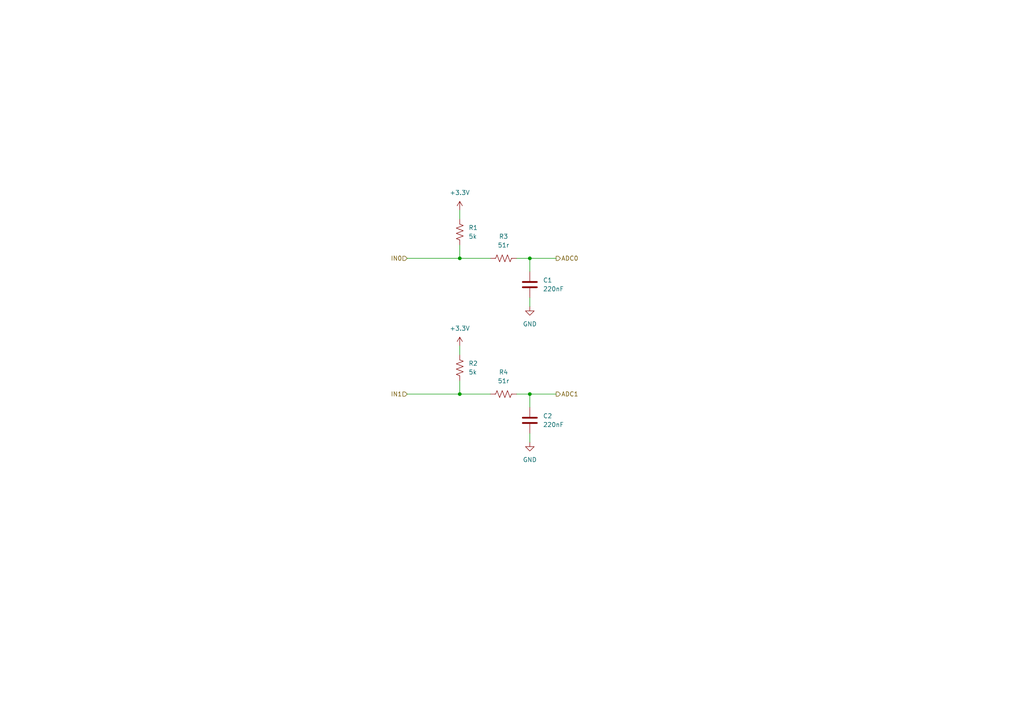
<source format=kicad_sch>
(kicad_sch (version 20231120) (generator "eeschema") (generator_version "8.0")
  (paper "A4")
  (title_block (date "mar. 31 mars 2015"))
  (lib_symbols
    (symbol "Device:C" (pin_numbers hide) (pin_names (offset 0.254))
      (property "Reference" "C" (at 0.635 2.54 0))
      (property "Value" "C" (at 0.635 -2.54 0))
      (symbol "C_0_1"
        (polyline (pts (xy -2.032 -0.762) (xy 2.032 -0.762)) (stroke (width 0.508)))
        (polyline (pts (xy -2.032 0.762) (xy 2.032 0.762)) (stroke (width 0.508)))
      )
      (symbol "C_1_1"
        (pin passive line (at 0 3.81 270) (length 2.794) (name "~") (number "1"))
        (pin passive line (at 0 -3.81 90) (length 2.794) (name "~") (number "2"))
      )
    )
    (symbol "Device:R_US" (pin_numbers hide) (pin_names (offset 0))
      (property "Reference" "R" (at 2.54 0 90))
      (property "Value" "R_US" (at -2.54 0 90))
      (symbol "R_US_0_1"
        (polyline (pts (xy 0 -2.286) (xy 0 -2.54)))
        (polyline (pts (xy 0 2.286) (xy 0 2.54)))
        (polyline (pts (xy 0 -0.762) (xy 1.016 -1.143) (xy 0 -1.524) (xy -1.016 -1.905) (xy 0 -2.286)))
        (polyline (pts (xy 0 0.762) (xy 1.016 0.381) (xy 0 0) (xy -1.016 -0.381) (xy 0 -0.762)))
        (polyline (pts (xy 0 2.286) (xy 1.016 1.905) (xy 0 1.524) (xy -1.016 1.143) (xy 0 0.762)))
      )
      (symbol "R_US_1_1"
        (pin passive line (at 0 3.81 270) (length 1.27) (name "~") (number "1"))
        (pin passive line (at 0 -3.81 90) (length 1.27) (name "~") (number "2"))
      )
    )
    (symbol "power:+3.3V" (power) (pin_numbers hide) (pin_names (offset 0) hide)
      (property "Value" "+3.3V" (at 0 3.556 0))
      (symbol "+3.3V_0_1"
        (polyline (pts (xy -0.762 1.27) (xy 0 2.54)))
        (polyline (pts (xy 0 0) (xy 0 2.54)))
        (polyline (pts (xy 0 2.54) (xy 0.762 1.27)))
      )
      (symbol "+3.3V_1_1"
        (pin power_in line (at 0 0 90) (length 0) (name "~") (number "1"))
      )
    )
    (symbol "power:GND" (power) (pin_numbers hide) (pin_names (offset 0) hide)
      (property "Value" "GND" (at 0 -3.81 0))
      (symbol "GND_0_1"
        (polyline (pts (xy 0 0) (xy 0 -1.27) (xy 1.27 -1.27) (xy 0 -2.54) (xy -1.27 -1.27) (xy 0 -1.27)))
      )
      (symbol "GND_1_1"
        (pin power_in line (at 0 0 270) (length 0) (name "~") (number "1"))
      )
    )
  )
  (junction (at 153.67 74.93))
  (junction (at 153.67 114.3))
  (junction (at 133.35 114.3))
  (junction (at 133.35 74.93))
  (wire (pts (xy 153.67 74.93) (xy 161.29 74.93)))
  (wire (pts (xy 153.67 74.93) (xy 149.86 74.93)))
  (wire (pts (xy 153.67 78.74) (xy 153.67 74.93)))
  (wire (pts (xy 153.67 118.11) (xy 153.67 114.3)))
  (wire (pts (xy 133.35 100.33) (xy 133.35 102.87)))
  (wire (pts (xy 133.35 114.3) (xy 142.24 114.3)))
  (wire (pts (xy 118.11 74.93) (xy 133.35 74.93)))
  (wire (pts (xy 133.35 71.12) (xy 133.35 74.93)))
  (wire (pts (xy 153.67 114.3) (xy 149.86 114.3)))
  (wire (pts (xy 153.67 125.73) (xy 153.67 128.27)))
  (wire (pts (xy 153.67 114.3) (xy 161.29 114.3)))
  (wire (pts (xy 118.11 114.3) (xy 133.35 114.3)))
  (wire (pts (xy 153.67 86.36) (xy 153.67 88.9)))
  (wire (pts (xy 133.35 74.93) (xy 142.24 74.93)))
  (wire (pts (xy 133.35 60.96) (xy 133.35 63.5)))
  (wire (pts (xy 133.35 110.49) (xy 133.35 114.3)))
  (hierarchical_label "IN0" (shape input) (at 118.11 74.93 180))
  (hierarchical_label "ADC1" (shape output) (at 161.29 114.3 0))
  (hierarchical_label "IN1" (shape input) (at 118.11 114.3 180))
  (hierarchical_label "ADC0" (shape output) (at 161.29 74.93 0))
  (symbol (lib_id "Device:R_US") (at 133.35 67.31 180) (unit 1)
    (property "Reference" "R1" (at 135.89 66.0399 0) (effects (justify right)))
    (property "Value" "5k" (at 135.89 68.5799 0) (effects (justify right)))
    (property "Description" "Resistor, US symbol" (effects (hide yes)))
  )
  (symbol (lib_id "Device:R_US") (at 146.05 74.93 90) (unit 1)
    (property "Reference" "R3" (at 146.05 68.58 90))
    (property "Value" "51r" (at 146.05 71.12 90))
    (property "Description" "Resistor, US symbol" (effects (hide yes)))
  )
  (symbol (lib_id "Device:C") (at 153.67 82.55 180) (unit 1)
    (property "Reference" "C1" (at 157.48 81.2799 0) (effects (justify right)))
    (property "Value" "220nF" (at 157.48 83.8199 0) (effects (justify right)))
    (property "Description" "Unpolarized capacitor" (effects (hide yes)))
  )
  (symbol (lib_id "power:GND") (at 153.67 88.9 0) (unit 1)
    (property "Reference" "#PWR03" (effects (hide yes)))
    (property "Value" "GND" (at 153.67 93.98 0))
    (property "Description" "Power symbol creates a global label with name \"GND\" , ground" (effects (hide yes)))
  )
  (symbol (lib_id "power:GND") (at 153.67 128.27 0) (unit 1)
    (property "Reference" "#PWR04" (effects (hide yes)))
    (property "Value" "GND" (at 153.67 133.35 0))
    (property "Description" "Power symbol creates a global label with name \"GND\" , ground" (effects (hide yes)))
  )
  (symbol (lib_id "Device:R_US") (at 146.05 114.3 90) (unit 1)
    (property "Reference" "R4" (at 146.05 107.95 90))
    (property "Value" "51r" (at 146.05 110.49 90))
    (property "Description" "Resistor, US symbol" (effects (hide yes)))
  )
  (symbol (lib_id "Device:C") (at 153.67 121.92 180) (unit 1)
    (property "Reference" "C2" (at 157.48 120.6499 0) (effects (justify right)))
    (property "Value" "220nF" (at 157.48 123.1899 0) (effects (justify right)))
    (property "Description" "Unpolarized capacitor" (effects (hide yes)))
  )
  (symbol (lib_id "power:+3.3V") (at 133.35 100.33 0) (unit 1)
    (property "Reference" "#PWR02" (effects (hide yes)))
    (property "Value" "+3.3V" (at 133.35 95.25 0))
    (property "Description" "Power symbol creates a global label with name \"+3.3V\"" (effects (hide yes)))
  )
  (symbol (lib_id "power:+3.3V") (at 133.35 60.96 0) (unit 1)
    (property "Reference" "#PWR01" (effects (hide yes)))
    (property "Value" "+3.3V" (at 133.35 55.88 0))
    (property "Description" "Power symbol creates a global label with name \"+3.3V\"" (effects (hide yes)))
  )
  (symbol (lib_id "Device:R_US") (at 133.35 106.68 180) (unit 1)
    (property "Reference" "R2" (at 135.89 105.4099 0) (effects (justify right)))
    (property "Value" "5k" (at 135.89 107.9499 0) (effects (justify right)))
    (property "Description" "Resistor, US symbol" (effects (hide yes)))
  )
)
</source>
